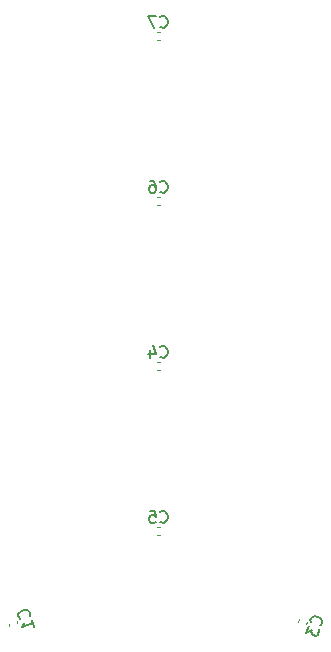
<source format=gbr>
%TF.GenerationSoftware,KiCad,Pcbnew,(6.0.5)*%
%TF.CreationDate,2022-10-18T17:48:47+09:00*%
%TF.ProjectId,line_sensor_right,6c696e65-5f73-4656-9e73-6f725f726967,rev?*%
%TF.SameCoordinates,Original*%
%TF.FileFunction,Legend,Bot*%
%TF.FilePolarity,Positive*%
%FSLAX46Y46*%
G04 Gerber Fmt 4.6, Leading zero omitted, Abs format (unit mm)*
G04 Created by KiCad (PCBNEW (6.0.5)) date 2022-10-18 17:48:47*
%MOMM*%
%LPD*%
G01*
G04 APERTURE LIST*
%ADD10C,0.150000*%
%ADD11C,0.120000*%
G04 APERTURE END LIST*
D10*
%TO.C,C5*%
X158916666Y-103591142D02*
X158964285Y-103638761D01*
X159107142Y-103686380D01*
X159202380Y-103686380D01*
X159345238Y-103638761D01*
X159440476Y-103543523D01*
X159488095Y-103448285D01*
X159535714Y-103257809D01*
X159535714Y-103114952D01*
X159488095Y-102924476D01*
X159440476Y-102829238D01*
X159345238Y-102734000D01*
X159202380Y-102686380D01*
X159107142Y-102686380D01*
X158964285Y-102734000D01*
X158916666Y-102781619D01*
X158011904Y-102686380D02*
X158488095Y-102686380D01*
X158535714Y-103162571D01*
X158488095Y-103114952D01*
X158392857Y-103067333D01*
X158154761Y-103067333D01*
X158059523Y-103114952D01*
X158011904Y-103162571D01*
X157964285Y-103257809D01*
X157964285Y-103495904D01*
X158011904Y-103591142D01*
X158059523Y-103638761D01*
X158154761Y-103686380D01*
X158392857Y-103686380D01*
X158488095Y-103638761D01*
X158535714Y-103591142D01*
%TO.C,C4*%
X158916666Y-89621142D02*
X158964285Y-89668761D01*
X159107142Y-89716380D01*
X159202380Y-89716380D01*
X159345238Y-89668761D01*
X159440476Y-89573523D01*
X159488095Y-89478285D01*
X159535714Y-89287809D01*
X159535714Y-89144952D01*
X159488095Y-88954476D01*
X159440476Y-88859238D01*
X159345238Y-88764000D01*
X159202380Y-88716380D01*
X159107142Y-88716380D01*
X158964285Y-88764000D01*
X158916666Y-88811619D01*
X158059523Y-89049714D02*
X158059523Y-89716380D01*
X158297619Y-88668761D02*
X158535714Y-89383047D01*
X157916666Y-89383047D01*
%TO.C,C6*%
X158916666Y-75651142D02*
X158964285Y-75698761D01*
X159107142Y-75746380D01*
X159202380Y-75746380D01*
X159345238Y-75698761D01*
X159440476Y-75603523D01*
X159488095Y-75508285D01*
X159535714Y-75317809D01*
X159535714Y-75174952D01*
X159488095Y-74984476D01*
X159440476Y-74889238D01*
X159345238Y-74794000D01*
X159202380Y-74746380D01*
X159107142Y-74746380D01*
X158964285Y-74794000D01*
X158916666Y-74841619D01*
X158059523Y-74746380D02*
X158250000Y-74746380D01*
X158345238Y-74794000D01*
X158392857Y-74841619D01*
X158488095Y-74984476D01*
X158535714Y-75174952D01*
X158535714Y-75555904D01*
X158488095Y-75651142D01*
X158440476Y-75698761D01*
X158345238Y-75746380D01*
X158154761Y-75746380D01*
X158059523Y-75698761D01*
X158011904Y-75651142D01*
X157964285Y-75555904D01*
X157964285Y-75317809D01*
X158011904Y-75222571D01*
X158059523Y-75174952D01*
X158154761Y-75127333D01*
X158345238Y-75127333D01*
X158440476Y-75174952D01*
X158488095Y-75222571D01*
X158535714Y-75317809D01*
%TO.C,C1*%
X147845146Y-111602617D02*
X147876242Y-111542882D01*
X147878699Y-111392318D01*
X147850060Y-111301488D01*
X147761687Y-111179562D01*
X147642218Y-111117370D01*
X147537069Y-111100594D01*
X147341089Y-111112456D01*
X147204844Y-111155414D01*
X147037503Y-111258106D01*
X146960992Y-111332160D01*
X146898800Y-111451629D01*
X146896343Y-111602193D01*
X146924982Y-111693024D01*
X147013355Y-111814949D01*
X147073089Y-111846045D01*
X148222363Y-112482280D02*
X148050531Y-111937299D01*
X148136447Y-112209789D02*
X147182730Y-112510495D01*
X147290336Y-112376707D01*
X147352528Y-112257238D01*
X147369304Y-112152089D01*
%TO.C,C7*%
X158916666Y-61681142D02*
X158964285Y-61728761D01*
X159107142Y-61776380D01*
X159202380Y-61776380D01*
X159345238Y-61728761D01*
X159440476Y-61633523D01*
X159488095Y-61538285D01*
X159535714Y-61347809D01*
X159535714Y-61204952D01*
X159488095Y-61014476D01*
X159440476Y-60919238D01*
X159345238Y-60824000D01*
X159202380Y-60776380D01*
X159107142Y-60776380D01*
X158964285Y-60824000D01*
X158916666Y-60871619D01*
X158583333Y-60776380D02*
X157916666Y-60776380D01*
X158345238Y-61776380D01*
%TO.C,C3*%
X172439042Y-112361477D02*
X172498777Y-112330381D01*
X172587150Y-112208455D01*
X172615788Y-112117625D01*
X172613331Y-111967060D01*
X172551140Y-111847591D01*
X172474629Y-111773538D01*
X172307288Y-111670845D01*
X172171043Y-111627887D01*
X171975063Y-111616025D01*
X171869913Y-111632801D01*
X171750445Y-111694993D01*
X171662072Y-111816919D01*
X171633433Y-111907749D01*
X171635890Y-112058314D01*
X171666986Y-112118048D01*
X171475920Y-112407315D02*
X171289769Y-112997711D01*
X171753325Y-112794360D01*
X171710367Y-112930606D01*
X171727144Y-113035755D01*
X171758239Y-113095489D01*
X171834750Y-113169543D01*
X172061826Y-113241140D01*
X172166975Y-113224363D01*
X172226710Y-113193268D01*
X172300763Y-113116757D01*
X172386679Y-112844266D01*
X172369903Y-112739117D01*
X172338807Y-112679382D01*
D11*
%TO.C,C5*%
X158857836Y-104754000D02*
X158642164Y-104754000D01*
X158857836Y-104034000D02*
X158642164Y-104034000D01*
%TO.C,C4*%
X158857836Y-90784000D02*
X158642164Y-90784000D01*
X158857836Y-90064000D02*
X158642164Y-90064000D01*
%TO.C,C6*%
X158857836Y-76814000D02*
X158642164Y-76814000D01*
X158857836Y-76094000D02*
X158642164Y-76094000D01*
%TO.C,C1*%
X146824104Y-112212375D02*
X146759250Y-112006685D01*
X146137428Y-112428883D02*
X146072574Y-112223193D01*
%TO.C,C7*%
X158857836Y-62124000D02*
X158642164Y-62124000D01*
X158857836Y-62844000D02*
X158642164Y-62844000D01*
%TO.C,C3*%
X170566235Y-112058807D02*
X170631089Y-111853117D01*
X171252911Y-112275315D02*
X171317765Y-112069625D01*
%TD*%
M02*

</source>
